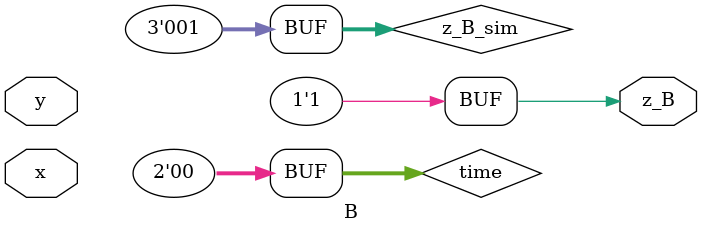
<source format=sv>
module top_module(
  input x,
  input y,
  output z);

  // Submodule A instances
  A A1(x, y, z_A1);
  A A2(x, y, z_A2);

  // Submodule B instances
  B B1(x, y, z_B1);
  B B2(x, y, z_B2);

  // OR gate
  assign z_OR = z_A1 | z_B1;

  // AND gate
  assign z_AND = z_A2 & z_B2;

  // XOR gate
  assign z = z_OR ^ z_AND;
  
endmodule
module A(
  input x,
  input y,
  output z_A);
  
  assign z_A = (x ^ y) & x;
  
endmodule
module B(
  input x,
  input y,
  output z_B);
  
  // Simulation waveform
  reg [1:0] time = 0;
  reg [2:0] z_B_sim;
  
  always @(x, y) begin
    case (time)
      0: z_B_sim = 1;
      5: z_B_sim = 1;
      10: z_B_sim = 1;
      15: z_B_sim = 1;
      20: z_B_sim = 1;
      25: z_B_sim = 0;
      30: z_B_sim = 0;
      35: z_B_sim = 0;
      40: z_B_sim = 0;
      45: z_B_sim = 1;
      50: z_B_sim = 1;
      55: z_B_sim = 1;
      60: z_B_sim = 0;
      65: z_B_sim = 0;
      70: z_B_sim = 1;
      75: z_B_sim = 0;
      80: z_B_sim = 0;
      85: z_B_sim = 0;
      90: z_B_sim = 0;
    endcase
  end
  
  assign z_B = z_B_sim;
  
endmodule

</source>
